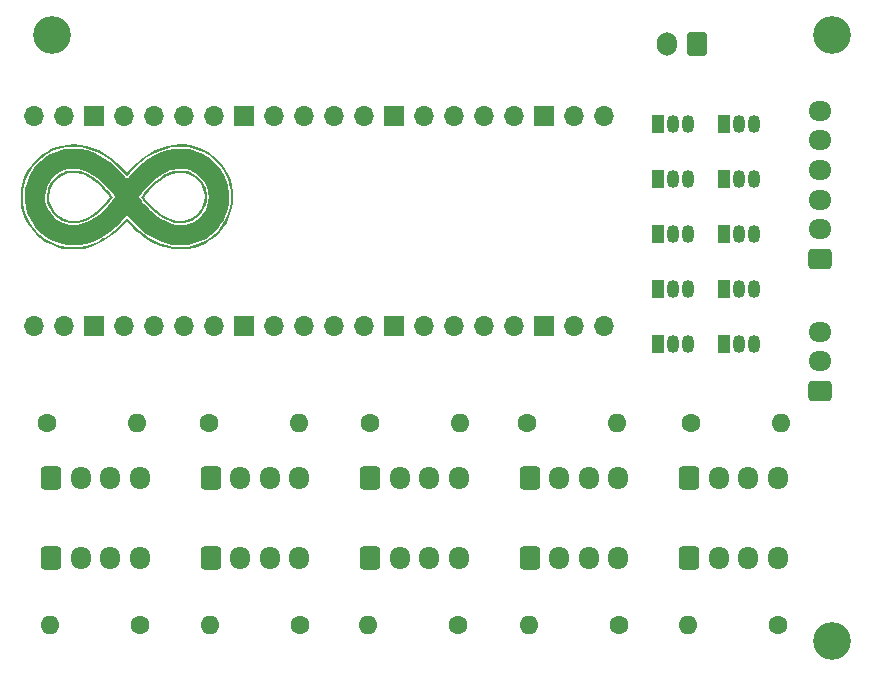
<source format=gbs>
%TF.GenerationSoftware,KiCad,Pcbnew,(6.0.8)*%
%TF.CreationDate,2023-01-23T02:10:57-07:00*%
%TF.ProjectId,PicoIO-THT,5069636f-494f-42d5-9448-542e6b696361,rev?*%
%TF.SameCoordinates,Original*%
%TF.FileFunction,Soldermask,Bot*%
%TF.FilePolarity,Negative*%
%FSLAX46Y46*%
G04 Gerber Fmt 4.6, Leading zero omitted, Abs format (unit mm)*
G04 Created by KiCad (PCBNEW (6.0.8)) date 2023-01-23 02:10:57*
%MOMM*%
%LPD*%
G01*
G04 APERTURE LIST*
G04 Aperture macros list*
%AMRoundRect*
0 Rectangle with rounded corners*
0 $1 Rounding radius*
0 $2 $3 $4 $5 $6 $7 $8 $9 X,Y pos of 4 corners*
0 Add a 4 corners polygon primitive as box body*
4,1,4,$2,$3,$4,$5,$6,$7,$8,$9,$2,$3,0*
0 Add four circle primitives for the rounded corners*
1,1,$1+$1,$2,$3*
1,1,$1+$1,$4,$5*
1,1,$1+$1,$6,$7*
1,1,$1+$1,$8,$9*
0 Add four rect primitives between the rounded corners*
20,1,$1+$1,$2,$3,$4,$5,0*
20,1,$1+$1,$4,$5,$6,$7,0*
20,1,$1+$1,$6,$7,$8,$9,0*
20,1,$1+$1,$8,$9,$2,$3,0*%
G04 Aperture macros list end*
%ADD10O,1.950000X1.700000*%
%ADD11RoundRect,0.250000X0.725000X-0.600000X0.725000X0.600000X-0.725000X0.600000X-0.725000X-0.600000X0*%
%ADD12O,1.700000X1.700000*%
%ADD13R,1.700000X1.700000*%
%ADD14RoundRect,0.250000X-0.600000X-0.725000X0.600000X-0.725000X0.600000X0.725000X-0.600000X0.725000X0*%
%ADD15O,1.700000X1.950000*%
%ADD16C,1.600000*%
%ADD17O,1.600000X1.600000*%
%ADD18C,3.200000*%
%ADD19O,1.050000X1.500000*%
%ADD20R,1.050000X1.500000*%
%ADD21RoundRect,0.250000X0.600000X0.750000X-0.600000X0.750000X-0.600000X-0.750000X0.600000X-0.750000X0*%
%ADD22O,1.700000X2.000000*%
G04 APERTURE END LIST*
%TO.C,G\u002A\u002A\u002A*%
G36*
X118570579Y-82921662D02*
G01*
X118467888Y-83055426D01*
X118340187Y-83209415D01*
X118193299Y-83376471D01*
X118033049Y-83549432D01*
X117865260Y-83721138D01*
X117630813Y-83943589D01*
X117231892Y-84273177D01*
X116833509Y-84541076D01*
X116436932Y-84746571D01*
X116043432Y-84888946D01*
X115654279Y-84967485D01*
X115433262Y-84983649D01*
X115057270Y-84963285D01*
X114696241Y-84884294D01*
X114356315Y-84749959D01*
X114043629Y-84563564D01*
X113764325Y-84328390D01*
X113524539Y-84047721D01*
X113330412Y-83724839D01*
X113287134Y-83633159D01*
X113201800Y-83410158D01*
X113148783Y-83185583D01*
X113124258Y-82939508D01*
X113124310Y-82832430D01*
X113314129Y-82832430D01*
X113328852Y-83052799D01*
X113360298Y-83236461D01*
X113377448Y-83299291D01*
X113501725Y-83618256D01*
X113678494Y-83914632D01*
X113899893Y-84178746D01*
X114158063Y-84400924D01*
X114445143Y-84571494D01*
X114496005Y-84595027D01*
X114638693Y-84656142D01*
X114769845Y-84706076D01*
X114866316Y-84735800D01*
X114990565Y-84760914D01*
X115361037Y-84791955D01*
X115736643Y-84758916D01*
X116116584Y-84662107D01*
X116500064Y-84501841D01*
X116886282Y-84278430D01*
X117274441Y-83992184D01*
X117663742Y-83643417D01*
X117691709Y-83615993D01*
X117952190Y-83346973D01*
X118203493Y-83064593D01*
X118423391Y-82793716D01*
X118434587Y-82771986D01*
X118431775Y-82734279D01*
X118403020Y-82678074D01*
X118342771Y-82593263D01*
X118245476Y-82469737D01*
X118235372Y-82457226D01*
X118037030Y-82226344D01*
X117811901Y-81987394D01*
X117575720Y-81755835D01*
X117344219Y-81547130D01*
X117133135Y-81376739D01*
X117028042Y-81302543D01*
X116816776Y-81170600D01*
X116583739Y-81042005D01*
X116347075Y-80925973D01*
X116124930Y-80831721D01*
X115935449Y-80768464D01*
X115859616Y-80750960D01*
X115634662Y-80721672D01*
X115352286Y-80711830D01*
X115218552Y-80712753D01*
X115075219Y-80718984D01*
X114959001Y-80733762D01*
X114848129Y-80760173D01*
X114720836Y-80801301D01*
X114687217Y-80813185D01*
X114386679Y-80944495D01*
X114124587Y-81111637D01*
X113880414Y-81327460D01*
X113789371Y-81427299D01*
X113608469Y-81677893D01*
X113461681Y-81955247D01*
X113362609Y-82235508D01*
X113334615Y-82385079D01*
X113316070Y-82601231D01*
X113314129Y-82832430D01*
X113124310Y-82832430D01*
X113124397Y-82652005D01*
X113127122Y-82590289D01*
X113164734Y-82255014D01*
X113243323Y-81957190D01*
X113368493Y-81684098D01*
X113545846Y-81423015D01*
X113780985Y-81161221D01*
X113931759Y-81020519D01*
X114170513Y-80842233D01*
X114432129Y-80702748D01*
X114736724Y-80590043D01*
X114950175Y-80542597D01*
X115210774Y-80517150D01*
X115488355Y-80516318D01*
X115760971Y-80540124D01*
X116006675Y-80588595D01*
X116184344Y-80643025D01*
X116580647Y-80809428D01*
X116978795Y-81037609D01*
X117375745Y-81325695D01*
X117768456Y-81671818D01*
X117771632Y-81674874D01*
X117905278Y-81808030D01*
X118048976Y-81958723D01*
X118194811Y-82117835D01*
X118334869Y-82276251D01*
X118461234Y-82424855D01*
X118565992Y-82554529D01*
X118641228Y-82656158D01*
X118679026Y-82720624D01*
X118677634Y-82743457D01*
X118663654Y-82771986D01*
X118642436Y-82815286D01*
X118570579Y-82921662D01*
G37*
G36*
X126641707Y-82868363D02*
G01*
X126638627Y-83036840D01*
X126631247Y-83163897D01*
X126617963Y-83264455D01*
X126597171Y-83353434D01*
X126567267Y-83445755D01*
X126448219Y-83723616D01*
X126253324Y-84041886D01*
X126013247Y-84322354D01*
X125734145Y-84559944D01*
X125422176Y-84749583D01*
X125083498Y-84886194D01*
X124724267Y-84964704D01*
X124676393Y-84970416D01*
X124290240Y-84979969D01*
X123898743Y-84925804D01*
X123503321Y-84808547D01*
X123105392Y-84628825D01*
X122706373Y-84387265D01*
X122307684Y-84084494D01*
X121910740Y-83721138D01*
X121813943Y-83623248D01*
X121649764Y-83449946D01*
X121496464Y-83279496D01*
X121359866Y-83119057D01*
X121245794Y-82975790D01*
X121160072Y-82856855D01*
X121108524Y-82769413D01*
X121107040Y-82763144D01*
X121339938Y-82763144D01*
X121352608Y-82793716D01*
X121432520Y-82896251D01*
X121770108Y-83293629D01*
X122120714Y-83652195D01*
X122479199Y-83968034D01*
X122840423Y-84237231D01*
X123199249Y-84455873D01*
X123550537Y-84620044D01*
X123889148Y-84725832D01*
X124035996Y-84753149D01*
X124203547Y-84774814D01*
X124370365Y-84788940D01*
X124515525Y-84793759D01*
X124618102Y-84787498D01*
X124897581Y-84730794D01*
X125179469Y-84643507D01*
X125425539Y-84527059D01*
X125650348Y-84374358D01*
X125868455Y-84178310D01*
X126029277Y-84001788D01*
X126224342Y-83721272D01*
X126359935Y-83422157D01*
X126439076Y-83097153D01*
X126464786Y-82738969D01*
X126460133Y-82572952D01*
X126425575Y-82303806D01*
X126351740Y-82050552D01*
X126232041Y-81786223D01*
X126162429Y-81663652D01*
X125953425Y-81385768D01*
X125695706Y-81146480D01*
X125394532Y-80950190D01*
X125055163Y-80801301D01*
X124960023Y-80769795D01*
X124846834Y-80739678D01*
X124734231Y-80722035D01*
X124600447Y-80713780D01*
X124423714Y-80711830D01*
X124302088Y-80713503D01*
X124043524Y-80731171D01*
X123840551Y-80768464D01*
X123736038Y-80800722D01*
X123525460Y-80883022D01*
X123292709Y-80990990D01*
X123055929Y-81115409D01*
X122833265Y-81247063D01*
X122642865Y-81376739D01*
X122631733Y-81385093D01*
X122419073Y-81558066D01*
X122186888Y-81768478D01*
X121950912Y-82000867D01*
X121726879Y-82239774D01*
X121530524Y-82469737D01*
X121455385Y-82564445D01*
X121385775Y-82658618D01*
X121349143Y-82721481D01*
X121339938Y-82763144D01*
X121107040Y-82763144D01*
X121096973Y-82720624D01*
X121097403Y-82719527D01*
X121136245Y-82654010D01*
X121212323Y-82551561D01*
X121317724Y-82421296D01*
X121444533Y-82272333D01*
X121584834Y-82113787D01*
X121730713Y-81954774D01*
X121874254Y-81804413D01*
X122007544Y-81671818D01*
X122184292Y-81508336D01*
X122579295Y-81188208D01*
X122977163Y-80926962D01*
X123374854Y-80726467D01*
X123769325Y-80588595D01*
X124004043Y-80541660D01*
X124275972Y-80516820D01*
X124553786Y-80516621D01*
X124815536Y-80541037D01*
X125039275Y-80590043D01*
X125241073Y-80660049D01*
X125515729Y-80788591D01*
X125760338Y-80951641D01*
X125995015Y-81161221D01*
X126164209Y-81342510D01*
X126323739Y-81551511D01*
X126449744Y-81772147D01*
X126555973Y-82025603D01*
X126589820Y-82123402D01*
X126613661Y-82210555D01*
X126628998Y-82301451D01*
X126637647Y-82411350D01*
X126641426Y-82555512D01*
X126642115Y-82738969D01*
X126642153Y-82749199D01*
X126641707Y-82868363D01*
G37*
G36*
X128875328Y-83070173D02*
G01*
X128854999Y-83347481D01*
X128820599Y-83581251D01*
X128732881Y-83941062D01*
X128557039Y-84442802D01*
X128327668Y-84913828D01*
X128048389Y-85350739D01*
X127722824Y-85750134D01*
X127354595Y-86108612D01*
X126947326Y-86422772D01*
X126504637Y-86689214D01*
X126030151Y-86904536D01*
X125527491Y-87065338D01*
X125000277Y-87168218D01*
X124979592Y-87170878D01*
X124767116Y-87187382D01*
X124513669Y-87192121D01*
X124239522Y-87185889D01*
X123964945Y-87169478D01*
X123710209Y-87143684D01*
X123495585Y-87109299D01*
X123013081Y-86984446D01*
X122481020Y-86786644D01*
X121953495Y-86527813D01*
X121434419Y-86209895D01*
X120927706Y-85834832D01*
X120874822Y-85790804D01*
X120747140Y-85678423D01*
X120596537Y-85540126D01*
X120437590Y-85389406D01*
X120284875Y-85239758D01*
X119888000Y-84843225D01*
X119491125Y-85240224D01*
X119398950Y-85331244D01*
X118901567Y-85781766D01*
X118398155Y-86169097D01*
X117886525Y-86494515D01*
X117364484Y-86759297D01*
X116829844Y-86964719D01*
X116280415Y-87112058D01*
X116163930Y-87133379D01*
X115908438Y-87164005D01*
X115620722Y-87182287D01*
X115319911Y-87188046D01*
X115025136Y-87181104D01*
X114755529Y-87161281D01*
X114530220Y-87128399D01*
X114467622Y-87115417D01*
X113941551Y-86971146D01*
X113445752Y-86771882D01*
X112983443Y-86520817D01*
X112557844Y-86221146D01*
X112172173Y-85876063D01*
X111829650Y-85488762D01*
X111533492Y-85062436D01*
X111286918Y-84600279D01*
X111093148Y-84105486D01*
X110955401Y-83581251D01*
X110939471Y-83491217D01*
X110910909Y-83237077D01*
X110896332Y-82947524D01*
X110896132Y-82870937D01*
X111090854Y-82870937D01*
X111100723Y-83136497D01*
X111120938Y-83374938D01*
X111151495Y-83567836D01*
X111208956Y-83802232D01*
X111377727Y-84304322D01*
X111600468Y-84776201D01*
X111874165Y-85213913D01*
X112195806Y-85613501D01*
X112562377Y-85971011D01*
X112970865Y-86282484D01*
X113418257Y-86543966D01*
X113828787Y-86724874D01*
X114321691Y-86878270D01*
X114827489Y-86970765D01*
X115341975Y-87002622D01*
X115860943Y-86974109D01*
X116380188Y-86885489D01*
X116895504Y-86737028D01*
X117402685Y-86528991D01*
X117897526Y-86261643D01*
X117995175Y-86201293D01*
X118275880Y-86016281D01*
X118539163Y-85822640D01*
X118798728Y-85609299D01*
X119068282Y-85365188D01*
X119361533Y-85079236D01*
X119888000Y-84551250D01*
X120414467Y-85079236D01*
X120456336Y-85120986D01*
X120631912Y-85291598D01*
X120811047Y-85459428D01*
X120981632Y-85613487D01*
X121131557Y-85742786D01*
X121248714Y-85836334D01*
X121290592Y-85867311D01*
X121788945Y-86204851D01*
X122282801Y-86480668D01*
X122777026Y-86696915D01*
X123276482Y-86855745D01*
X123786037Y-86959311D01*
X124060045Y-86991121D01*
X124574681Y-87003407D01*
X125080282Y-86955081D01*
X125572061Y-86848601D01*
X126045234Y-86686422D01*
X126495011Y-86471002D01*
X126916608Y-86204796D01*
X127305236Y-85890260D01*
X127656110Y-85529852D01*
X127964443Y-85126026D01*
X128225449Y-84681240D01*
X128227928Y-84676348D01*
X128440399Y-84187869D01*
X128590155Y-83687769D01*
X128676827Y-83179466D01*
X128700044Y-82666379D01*
X128659438Y-82151928D01*
X128554636Y-81639530D01*
X128520144Y-81517959D01*
X128344530Y-81038121D01*
X128113475Y-80589406D01*
X127825017Y-80168413D01*
X127477195Y-79771745D01*
X127230802Y-79538037D01*
X126825653Y-79222351D01*
X126388876Y-78961409D01*
X125916494Y-78752953D01*
X125404528Y-78594725D01*
X125322071Y-78574462D01*
X125203449Y-78548329D01*
X125092894Y-78529874D01*
X124975833Y-78517761D01*
X124837697Y-78510648D01*
X124663914Y-78507197D01*
X124439913Y-78506068D01*
X124429198Y-78506052D01*
X124198966Y-78506855D01*
X124017973Y-78510738D01*
X123871302Y-78518866D01*
X123744035Y-78532404D01*
X123621255Y-78552516D01*
X123488045Y-78580365D01*
X123196332Y-78654585D01*
X122652037Y-78842574D01*
X122120294Y-79092469D01*
X121600384Y-79404722D01*
X121091591Y-79779788D01*
X120593198Y-80218120D01*
X120104489Y-80720171D01*
X119888000Y-80959000D01*
X119671159Y-80720171D01*
X119403526Y-80436469D01*
X118910645Y-79970545D01*
X118408443Y-79568030D01*
X117895997Y-79228338D01*
X117372382Y-78950886D01*
X116836676Y-78735090D01*
X116287955Y-78580365D01*
X116282092Y-78579055D01*
X116149603Y-78551546D01*
X116026933Y-78531727D01*
X115899164Y-78518434D01*
X115751378Y-78510503D01*
X115568658Y-78506769D01*
X115336087Y-78506068D01*
X115202899Y-78506503D01*
X115008435Y-78508813D01*
X114856118Y-78514213D01*
X114731451Y-78524021D01*
X114619938Y-78539554D01*
X114507084Y-78562127D01*
X114378391Y-78593057D01*
X113987063Y-78707626D01*
X113515276Y-78897161D01*
X113080673Y-79135715D01*
X112676481Y-79427132D01*
X112295931Y-79775254D01*
X112054080Y-80042179D01*
X111744815Y-80462776D01*
X111491303Y-80916329D01*
X111293444Y-81403025D01*
X111151139Y-81923051D01*
X111123361Y-82095777D01*
X111102169Y-82332153D01*
X111091334Y-82596681D01*
X111090854Y-82870937D01*
X110896132Y-82870937D01*
X110895534Y-82642223D01*
X110908309Y-82340839D01*
X110934452Y-82063039D01*
X110973756Y-81828488D01*
X111107927Y-81338673D01*
X111297156Y-80861021D01*
X111538714Y-80417240D01*
X111835990Y-80001155D01*
X112192371Y-79606590D01*
X112452653Y-79362317D01*
X112759254Y-79117407D01*
X113082835Y-78907428D01*
X113443686Y-78717971D01*
X113869342Y-78541212D01*
X114347499Y-78403147D01*
X114845937Y-78321603D01*
X115373365Y-78294670D01*
X115389273Y-78294690D01*
X115932439Y-78328568D01*
X116472455Y-78426421D01*
X117007705Y-78587471D01*
X117536574Y-78810937D01*
X118057446Y-79096040D01*
X118568705Y-79442000D01*
X119068735Y-79848037D01*
X119555921Y-80313371D01*
X119888000Y-80655476D01*
X120220079Y-80313371D01*
X120234123Y-80298935D01*
X120721707Y-79835323D01*
X121222088Y-79431031D01*
X121733651Y-79086839D01*
X122254779Y-78803527D01*
X122783858Y-78581874D01*
X123319270Y-78422660D01*
X123859401Y-78326666D01*
X124402635Y-78294670D01*
X124744016Y-78306218D01*
X125279707Y-78373532D01*
X125790933Y-78500820D01*
X126277316Y-78687926D01*
X126738478Y-78934693D01*
X127174041Y-79240966D01*
X127583628Y-79606590D01*
X127923038Y-79980252D01*
X128223291Y-80395071D01*
X128467651Y-80837266D01*
X128659506Y-81313013D01*
X128802244Y-81828488D01*
X128820063Y-81918879D01*
X128853955Y-82173680D01*
X128874600Y-82463607D01*
X128879377Y-82666379D01*
X128881794Y-82768993D01*
X128875328Y-83070173D01*
G37*
G36*
X128415379Y-83762147D02*
G01*
X128268676Y-84229350D01*
X128061616Y-84675731D01*
X127793492Y-85103713D01*
X127683755Y-85251373D01*
X127341582Y-85641886D01*
X126961448Y-85979963D01*
X126543871Y-86265282D01*
X126089371Y-86497518D01*
X125598465Y-86676349D01*
X125071673Y-86801450D01*
X124997370Y-86812916D01*
X124769873Y-86832556D01*
X124505299Y-86838508D01*
X124222402Y-86831486D01*
X123939938Y-86812204D01*
X123676659Y-86781377D01*
X123451320Y-86739720D01*
X123073537Y-86634559D01*
X122551224Y-86433627D01*
X122036725Y-86171149D01*
X121532857Y-85848977D01*
X121042434Y-85468966D01*
X120568272Y-85032967D01*
X120113186Y-84542833D01*
X120057704Y-84479209D01*
X119976223Y-84389167D01*
X119916290Y-84327300D01*
X119888000Y-84304301D01*
X119875233Y-84312971D01*
X119826599Y-84360755D01*
X119752427Y-84440941D01*
X119662813Y-84542833D01*
X119405920Y-84828383D01*
X118948075Y-85279149D01*
X118471016Y-85679407D01*
X117979551Y-86025585D01*
X117478490Y-86314111D01*
X116972639Y-86541413D01*
X116917530Y-86562284D01*
X116411712Y-86718113D01*
X115903889Y-86812385D01*
X115398541Y-86846389D01*
X114900149Y-86821418D01*
X114413192Y-86738760D01*
X113942151Y-86599709D01*
X113491507Y-86405553D01*
X113065740Y-86157585D01*
X112669331Y-85857095D01*
X112306760Y-85505374D01*
X111982507Y-85103713D01*
X111891378Y-84970677D01*
X111642574Y-84537158D01*
X111454612Y-84084477D01*
X111326783Y-83610209D01*
X111258381Y-83111928D01*
X111250649Y-82692959D01*
X112964214Y-82692959D01*
X112981641Y-83055576D01*
X113055167Y-83401529D01*
X113066665Y-83438124D01*
X113218577Y-83808530D01*
X113422113Y-84141395D01*
X113674054Y-84433504D01*
X113971183Y-84681640D01*
X114310280Y-84882588D01*
X114688127Y-85033133D01*
X114805979Y-85064429D01*
X115067761Y-85105756D01*
X115353574Y-85120908D01*
X115639858Y-85109175D01*
X115903051Y-85069844D01*
X116292522Y-84954940D01*
X116694314Y-84777066D01*
X117096935Y-84540773D01*
X117496393Y-84248983D01*
X117888697Y-83904616D01*
X118269856Y-83510594D01*
X118635878Y-83069836D01*
X118879159Y-82754327D01*
X120896841Y-82754327D01*
X121142879Y-83075743D01*
X121195497Y-83142683D01*
X121355527Y-83331869D01*
X121542948Y-83537673D01*
X121746479Y-83748865D01*
X121954844Y-83954218D01*
X122156762Y-84142503D01*
X122340956Y-84302492D01*
X122496145Y-84422956D01*
X122748007Y-84590695D01*
X123153674Y-84814459D01*
X123557454Y-84978370D01*
X123964893Y-85084930D01*
X124000732Y-85091512D01*
X124388811Y-85127913D01*
X124775156Y-85101803D01*
X125150232Y-85013753D01*
X125173657Y-85006017D01*
X125521470Y-84857086D01*
X125836637Y-84658396D01*
X126115143Y-84416322D01*
X126352968Y-84137237D01*
X126546096Y-83827518D01*
X126690510Y-83493538D01*
X126782191Y-83141672D01*
X126817123Y-82778294D01*
X126791289Y-82409780D01*
X126743250Y-82164513D01*
X126648432Y-81863061D01*
X126513310Y-81588726D01*
X126330400Y-81327095D01*
X126092217Y-81063755D01*
X126059082Y-81030738D01*
X125915942Y-80895141D01*
X125791505Y-80793089D01*
X125667398Y-80710652D01*
X125525245Y-80633898D01*
X125489840Y-80616433D01*
X125199283Y-80492680D01*
X124921440Y-80414909D01*
X124633168Y-80378239D01*
X124311324Y-80377785D01*
X124170914Y-80386808D01*
X123996269Y-80404150D01*
X123842130Y-80425751D01*
X123730637Y-80448898D01*
X123552842Y-80505552D01*
X123248464Y-80629713D01*
X122938013Y-80786210D01*
X122643556Y-80964572D01*
X122633182Y-80971516D01*
X122404635Y-81140225D01*
X122154086Y-81350934D01*
X121893665Y-81591524D01*
X121635504Y-81849881D01*
X121391733Y-82113886D01*
X121174481Y-82371424D01*
X120995880Y-82610379D01*
X120896841Y-82754327D01*
X118879159Y-82754327D01*
X118780120Y-82610379D01*
X118772487Y-82599336D01*
X118591719Y-82359194D01*
X118372892Y-82101059D01*
X118128137Y-81837048D01*
X117869585Y-81579278D01*
X117609365Y-81339864D01*
X117359607Y-81130923D01*
X117132443Y-80964572D01*
X116950973Y-80850803D01*
X116643912Y-80684918D01*
X116334686Y-80547461D01*
X116045363Y-80448898D01*
X115959678Y-80430233D01*
X115812126Y-80408117D01*
X115639745Y-80389731D01*
X115464676Y-80377785D01*
X115425073Y-80376145D01*
X115108285Y-80380529D01*
X114822398Y-80421695D01*
X114544269Y-80504523D01*
X114250755Y-80633898D01*
X114219416Y-80649762D01*
X114082433Y-80726544D01*
X113959750Y-80811849D01*
X113832991Y-80919609D01*
X113683782Y-81063755D01*
X113570220Y-81182827D01*
X113451129Y-81318321D01*
X113351261Y-81442819D01*
X113284614Y-81539634D01*
X113232697Y-81633633D01*
X113091326Y-81969137D01*
X113001304Y-82326529D01*
X112964214Y-82692959D01*
X111250649Y-82692959D01*
X111248698Y-82587209D01*
X111258506Y-82387319D01*
X111284548Y-82111961D01*
X111327568Y-81861530D01*
X111392042Y-81612136D01*
X111482448Y-81339888D01*
X111672682Y-80898331D01*
X111924724Y-80468676D01*
X112228028Y-80072824D01*
X112578308Y-79715131D01*
X112971279Y-79399954D01*
X113402656Y-79131648D01*
X113868154Y-78914571D01*
X114095760Y-78830516D01*
X114313930Y-78765087D01*
X114530604Y-78718885D01*
X114762226Y-78689149D01*
X115025239Y-78673118D01*
X115336087Y-78668029D01*
X115440689Y-78668189D01*
X115713353Y-78673278D01*
X115944353Y-78687226D01*
X116150804Y-78712542D01*
X116349819Y-78751734D01*
X116558511Y-78807313D01*
X116793995Y-78881786D01*
X117184486Y-79034375D01*
X117618699Y-79251964D01*
X118055304Y-79517172D01*
X118484459Y-79822949D01*
X118896323Y-80162242D01*
X119281056Y-80528001D01*
X119628816Y-80913172D01*
X119722331Y-81024303D01*
X119804076Y-81118554D01*
X119862201Y-81182312D01*
X119888000Y-81205749D01*
X119912465Y-81183699D01*
X119969716Y-81121047D01*
X120050857Y-81027596D01*
X120147184Y-80913172D01*
X120467030Y-80556745D01*
X120849293Y-80189260D01*
X121259437Y-79847703D01*
X121687621Y-79539125D01*
X122124004Y-79270578D01*
X122558746Y-79049115D01*
X122982005Y-78881786D01*
X123065661Y-78854343D01*
X123290174Y-78786537D01*
X123493680Y-78736778D01*
X123693294Y-78702557D01*
X123906128Y-78681365D01*
X124149296Y-78670692D01*
X124439913Y-78668029D01*
X124741068Y-78672781D01*
X125005438Y-78688395D01*
X125237857Y-78717619D01*
X125454770Y-78763215D01*
X125672618Y-78827946D01*
X125907846Y-78914571D01*
X126356622Y-79122634D01*
X126789344Y-79389113D01*
X127183820Y-79702626D01*
X127535764Y-80058816D01*
X127840891Y-80453327D01*
X128094915Y-80881803D01*
X128293552Y-81339888D01*
X128354515Y-81517642D01*
X128427843Y-81772538D01*
X128478099Y-82019838D01*
X128509759Y-82283431D01*
X128527301Y-82587209D01*
X128530544Y-82755569D01*
X128529306Y-82778294D01*
X128502433Y-83271695D01*
X128415379Y-83762147D01*
G37*
%TD*%
D10*
%TO.C,J11*%
X178523000Y-94143000D03*
X178523000Y-96643000D03*
D11*
X178523000Y-99143000D03*
%TD*%
D12*
%TO.C,U1*%
X111992000Y-75875000D03*
X114532000Y-75875000D03*
D13*
X117072000Y-75875000D03*
D12*
X119612000Y-75875000D03*
X122152000Y-75875000D03*
X124692000Y-75875000D03*
X127232000Y-75875000D03*
D13*
X129772000Y-75875000D03*
D12*
X132312000Y-75875000D03*
X134852000Y-75875000D03*
X137392000Y-75875000D03*
X139932000Y-75875000D03*
D13*
X142472000Y-75875000D03*
D12*
X145012000Y-75875000D03*
X147552000Y-75875000D03*
X150092000Y-75875000D03*
X152632000Y-75875000D03*
D13*
X155172000Y-75875000D03*
D12*
X157712000Y-75875000D03*
X160252000Y-75875000D03*
X160252000Y-93655000D03*
X157712000Y-93655000D03*
D13*
X155172000Y-93655000D03*
D12*
X152632000Y-93655000D03*
X150092000Y-93655000D03*
X147552000Y-93655000D03*
X145012000Y-93655000D03*
D13*
X142472000Y-93655000D03*
D12*
X139932000Y-93655000D03*
X137392000Y-93655000D03*
X134852000Y-93655000D03*
X132312000Y-93655000D03*
D13*
X129772000Y-93655000D03*
D12*
X127232000Y-93655000D03*
X124692000Y-93655000D03*
X122152000Y-93655000D03*
X119612000Y-93655000D03*
D13*
X117072000Y-93655000D03*
D12*
X114532000Y-93655000D03*
X111992000Y-93655000D03*
%TD*%
D14*
%TO.C,J5*%
X167480000Y-106508000D03*
D15*
X169980000Y-106508000D03*
X172480000Y-106508000D03*
X174980000Y-106508000D03*
%TD*%
D16*
%TO.C,R1*%
X113157000Y-101850000D03*
D17*
X120777000Y-101850000D03*
%TD*%
D14*
%TO.C,J10*%
X167480000Y-113283000D03*
D15*
X169980000Y-113283000D03*
X172480000Y-113283000D03*
X174980000Y-113283000D03*
%TD*%
D14*
%TO.C,J6*%
X113480000Y-113283000D03*
D15*
X115980000Y-113283000D03*
X118480000Y-113283000D03*
X120980000Y-113283000D03*
%TD*%
D18*
%TO.C,REF\u002A\u002A*%
X179556000Y-69017000D03*
%TD*%
D19*
%TO.C,Q1*%
X167400000Y-76560000D03*
X166130000Y-76560000D03*
D20*
X164860000Y-76560000D03*
%TD*%
D19*
%TO.C,Q4*%
X167400000Y-90540000D03*
X166130000Y-90540000D03*
D20*
X164860000Y-90540000D03*
%TD*%
D14*
%TO.C,J7*%
X126980000Y-113283000D03*
D15*
X129480000Y-113283000D03*
X131980000Y-113283000D03*
X134480000Y-113283000D03*
%TD*%
D14*
%TO.C,J3*%
X140480000Y-106508000D03*
D15*
X142980000Y-106508000D03*
X145480000Y-106508000D03*
X147980000Y-106508000D03*
%TD*%
D14*
%TO.C,J4*%
X153980000Y-106508000D03*
D15*
X156480000Y-106508000D03*
X158980000Y-106508000D03*
X161480000Y-106508000D03*
%TD*%
D14*
%TO.C,J1*%
X113480000Y-106508000D03*
D15*
X115980000Y-106508000D03*
X118480000Y-106508000D03*
X120980000Y-106508000D03*
%TD*%
D20*
%TO.C,Q3*%
X164859000Y-85880000D03*
D19*
X166129000Y-85880000D03*
X167399000Y-85880000D03*
%TD*%
D20*
%TO.C,Q10*%
X170420000Y-95200000D03*
D19*
X171690000Y-95200000D03*
X172960000Y-95200000D03*
%TD*%
%TO.C,Q7*%
X167400000Y-81220000D03*
X166130000Y-81220000D03*
D20*
X164860000Y-81220000D03*
%TD*%
D10*
%TO.C,J12*%
X178540000Y-75467000D03*
X178540000Y-77967000D03*
X178540000Y-80467000D03*
X178540000Y-82967000D03*
X178540000Y-85467000D03*
D11*
X178540000Y-87967000D03*
%TD*%
D19*
%TO.C,Q8*%
X172960000Y-85880000D03*
X171690000Y-85880000D03*
D20*
X170420000Y-85880000D03*
%TD*%
D14*
%TO.C,J2*%
X126980000Y-106508000D03*
D15*
X129480000Y-106508000D03*
X131980000Y-106508000D03*
X134480000Y-106508000D03*
%TD*%
D17*
%TO.C,R10*%
X167386000Y-118999000D03*
D16*
X175006000Y-118999000D03*
%TD*%
D20*
%TO.C,Q6*%
X170420000Y-76560000D03*
D19*
X171690000Y-76560000D03*
X172960000Y-76560000D03*
%TD*%
D17*
%TO.C,R9*%
X153924000Y-118999000D03*
D16*
X161544000Y-118999000D03*
%TD*%
D17*
%TO.C,R6*%
X113410000Y-118990000D03*
D16*
X121030000Y-118990000D03*
%TD*%
%TO.C,R7*%
X134500000Y-118999000D03*
D17*
X126880000Y-118999000D03*
%TD*%
%TO.C,R3*%
X148045000Y-101850000D03*
D16*
X140425000Y-101850000D03*
%TD*%
D20*
%TO.C,Q5*%
X164859000Y-95200000D03*
D19*
X166129000Y-95200000D03*
X167399000Y-95200000D03*
%TD*%
D14*
%TO.C,J9*%
X153980000Y-113283000D03*
D15*
X156480000Y-113283000D03*
X158980000Y-113283000D03*
X161480000Y-113283000D03*
%TD*%
D20*
%TO.C,Q2*%
X170420000Y-81220000D03*
D19*
X171690000Y-81220000D03*
X172960000Y-81220000D03*
%TD*%
D17*
%TO.C,R2*%
X134435000Y-101850000D03*
D16*
X126815000Y-101850000D03*
%TD*%
%TO.C,R4*%
X153790000Y-101850000D03*
D17*
X161410000Y-101850000D03*
%TD*%
D18*
%TO.C,REF\u002A\u002A*%
X179556000Y-120343051D03*
%TD*%
D16*
%TO.C,R5*%
X167640000Y-101850000D03*
D17*
X175260000Y-101850000D03*
%TD*%
D18*
%TO.C,REF\u002A\u002A*%
X113516000Y-69017000D03*
%TD*%
D21*
%TO.C,J14*%
X168126000Y-69796000D03*
D22*
X165626000Y-69796000D03*
%TD*%
D14*
%TO.C,J8*%
X140480000Y-113283000D03*
D15*
X142980000Y-113283000D03*
X145480000Y-113283000D03*
X147980000Y-113283000D03*
%TD*%
D16*
%TO.C,R8*%
X147955000Y-118999000D03*
D17*
X140335000Y-118999000D03*
%TD*%
D20*
%TO.C,Q9*%
X170421800Y-90540000D03*
D19*
X171691800Y-90540000D03*
X172961800Y-90540000D03*
%TD*%
M02*

</source>
